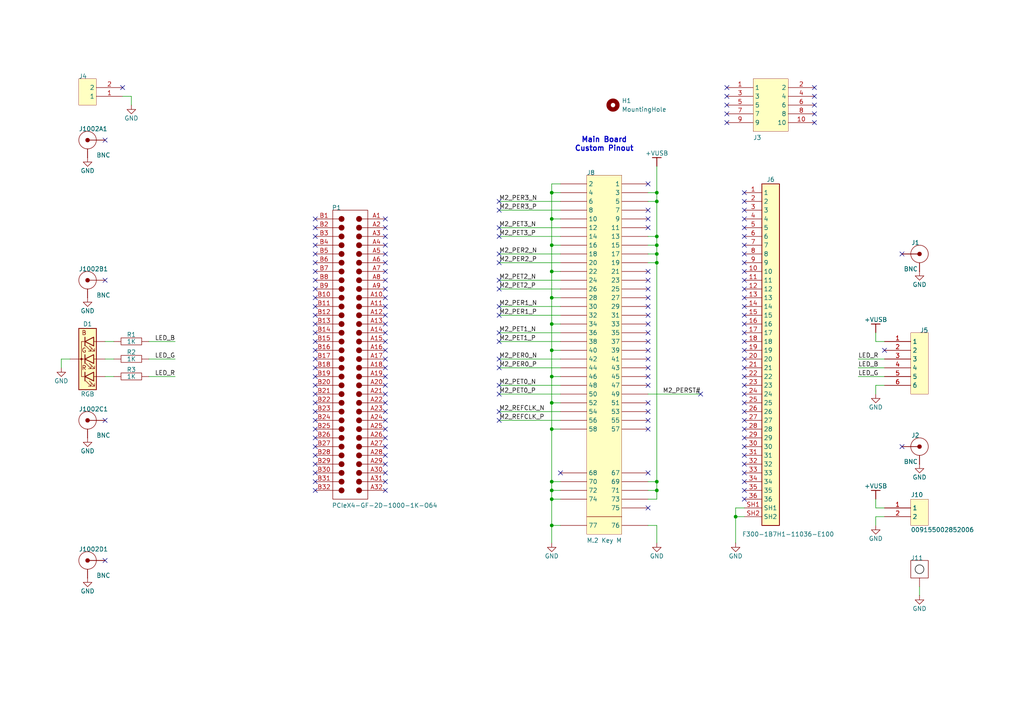
<source format=kicad_sch>
(kicad_sch (version 20241209) (generator "eeschema") (generator_version "8.99")
  (paper "A4")
  (title_block (title "ThunderScope") (rev "5") (company "EEVengers"))
  (lib_symbols
    (symbol "Mechanical:MountingHole" (pin_names (offset 1.016)) (exclude_from_sim yes) (in_bom no)
      (property "Reference" "H" (at 0 5.08 0))
      (property "Value" "MountingHole" (at 0 3.175 0))
    )
    (symbol "Thunderscope_Rev5:+VUSB" (power)
      (property "Value" "+VUSB" (at 0 -3.81 0))
      (symbol "+VUSB_0_0"
        (pin power_in line (at 0 0 0) (length 0) (hide yes) (name "+5V2") (number ""))
      )
    )
    (symbol "Thunderscope_Rev5:BNC JACK R/A" (pin_numbers (hide yes)) (pin_names (hide yes))
      (property "Reference" "J" (at 0 0 0))
      (property "Value" "BNC" (at 0 0 0))
      (symbol "BNC JACK R/A_1_0"
        (pin passive line (at 0 -5.08 90) (length 2.54) (name "SHIELD") (number "2"))
        (pin passive line (at 5.08 0 180) (length 5.08) (name "Signal") (number "1"))
      )
    )
    (symbol "Thunderscope_Rev5:CONN 1.27mm 2x5 Pin TH RA"
      (property "Reference" "J" (at 0 0 0))
      (property "Value" "1.27mm 6 Pin TH" (at 0 0 0))
      (symbol "CONN 1.27mm 2x5 Pin TH RA_1_0"
        (pin passive line (at -7.62 -2.54 0) (length 7.62) (name "1") (number "1"))
        (pin passive line (at -7.62 -5.08 0) (length 7.62) (name "3") (number "3"))
        (pin passive line (at -7.62 -7.62 0) (length 7.62) (name "5") (number "5"))
        (pin passive line (at -7.62 -10.16 0) (length 7.62) (name "7") (number "7"))
        (pin passive line (at -7.62 -12.7 0) (length 7.62) (name "9") (number "9"))
        (pin passive line (at 17.78 -2.54 180) (length 7.62) (name "2") (number "2"))
        (pin passive line (at 17.78 -5.08 180) (length 7.62) (name "4") (number "4"))
        (pin passive line (at 17.78 -7.62 180) (length 7.62) (name "6") (number "6"))
        (pin passive line (at 17.78 -10.16 180) (length 7.62) (name "8") (number "8"))
        (pin passive line (at 17.78 -12.7 180) (length 7.62) (name "10") (number "10"))
      )
    )
    (symbol "Thunderscope_Rev5:CONN 2.54mm 6 Pin TH RA"
      (property "Reference" "J" (at 0 0 0))
      (property "Value" "2.54mm 6 Pin TH" (at 0 0 0))
      (symbol "CONN 2.54mm 6 Pin TH RA_1_0"
        (pin passive line (at 10.16 2.54 180) (length 7.62) (name "1") (number "1"))
        (pin passive line (at 10.16 0 180) (length 7.62) (name "2") (number "2"))
        (pin passive line (at 10.16 -2.54 180) (length 7.62) (name "3") (number "3"))
        (pin passive line (at 10.16 -5.08 180) (length 7.62) (name "4") (number "4"))
        (pin passive line (at 10.16 -7.62 180) (length 7.62) (name "5") (number "5"))
        (pin passive line (at 10.16 -10.16 180) (length 7.62) (name "6") (number "6"))
      )
    )
    (symbol "Thunderscope_Rev5:CONN 5.08mm 2 Pin TH RA"
      (property "Reference" "J" (at 0 0 0))
      (property "Value" "TSW-101-16-G-Q-RA" (at 0 0 0))
      (symbol "CONN 5.08mm 2 Pin TH RA_1_0"
        (pin passive line (at 10.16 0 180) (length 7.62) (name "2") (number "2"))
        (pin passive line (at 10.16 -2.54 180) (length 7.62) (name "1") (number "1"))
      )
    )
    (symbol "Thunderscope_Rev5:CONN FFC BOTTOM 36POS 0.5MM RA"
      (property "Reference" "J" (at 2.54 1.27 0))
      (property "Value" "F300-1B7H1-11036-E100" (at 2.54 -100.584 0))
      (symbol "CONN FFC BOTTOM 36POS 0.5MM RA_1_1"
        (pin passive line (at 10.16 -2.54 180) (length 5.08) (name "1") (number "1"))
        (pin passive line (at 10.16 -5.08 180) (length 5.08) (name "2") (number "2"))
        (pin passive line (at 10.16 -7.62 180) (length 5.08) (name "3") (number "3"))
        (pin passive line (at 10.16 -10.16 180) (length 5.08) (name "4") (number "4"))
        (pin passive line (at 10.16 -12.7 180) (length 5.08) (name "5") (number "5"))
        (pin passive line (at 10.16 -15.24 180) (length 5.08) (name "6") (number "6"))
        (pin passive line (at 10.16 -17.78 180) (length 5.08) (name "7") (number "7"))
        (pin passive line (at 10.16 -20.32 180) (length 5.08) (name "8") (number "8"))
        (pin passive line (at 10.16 -22.86 180) (length 5.08) (name "9") (number "9"))
        (pin passive line (at 10.16 -25.4 180) (length 5.08) (name "10") (number "10"))
        (pin passive line (at 10.16 -27.94 180) (length 5.08) (name "11") (number "11"))
        (pin passive line (at 10.16 -30.48 180) (length 5.08) (name "12") (number "12"))
        (pin passive line (at 10.16 -33.02 180) (length 5.08) (name "13") (number "13"))
        (pin passive line (at 10.16 -35.56 180) (length 5.08) (name "14") (number "14"))
        (pin passive line (at 10.16 -38.1 180) (length 5.08) (name "15") (number "15"))
        (pin passive line (at 10.16 -40.64 180) (length 5.08) (name "16") (number "16"))
        (pin passive line (at 10.16 -43.18 180) (length 5.08) (name "17") (number "17"))
        (pin passive line (at 10.16 -45.72 180) (length 5.08) (name "18") (number "18"))
        (pin passive line (at 10.16 -48.26 180) (length 5.08) (name "19") (number "19"))
        (pin passive line (at 10.16 -50.8 180) (length 5.08) (name "20") (number "20"))
        (pin passive line (at 10.16 -53.34 180) (length 5.08) (name "21") (number "21"))
        (pin passive line (at 10.16 -55.88 180) (length 5.08) (name "22") (number "22"))
        (pin passive line (at 10.16 -58.42 180) (length 5.08) (name "23") (number "23"))
        (pin passive line (at 10.16 -60.96 180) (length 5.08) (name "24") (number "24"))
        (pin passive line (at 10.16 -63.5 180) (length 5.08) (name "25") (number "25"))
        (pin passive line (at 10.16 -66.04 180) (length 5.08) (name "26") (number "26"))
        (pin passive line (at 10.16 -68.58 180) (length 5.08) (name "27") (number "27"))
        (pin passive line (at 10.16 -71.12 180) (length 5.08) (name "28") (number "28"))
        (pin passive line (at 10.16 -73.66 180) (length 5.08) (name "29") (number "29"))
        (pin passive line (at 10.16 -76.2 180) (length 5.08) (name "30") (number "30"))
        (pin passive line (at 10.16 -78.74 180) (length 5.08) (name "31") (number "31"))
        (pin passive line (at 10.16 -81.28 180) (length 5.08) (name "32") (number "32"))
        (pin passive line (at 10.16 -83.82 180) (length 5.08) (name "33") (number "33"))
        (pin passive line (at 10.16 -86.36 180) (length 5.08) (name "34") (number "34"))
        (pin passive line (at 10.16 -88.9 180) (length 5.08) (name "35") (number "35"))
        (pin passive line (at 10.16 -91.44 180) (length 5.08) (name "36") (number "36"))
        (pin passive line (at 10.16 -93.98 180) (length 5.08) (name "SH1") (number "SH1"))
        (pin passive line (at 10.16 -96.52 180) (length 5.08) (name "SH2") (number "SH2"))
      )
    )
    (symbol "Thunderscope_Rev5:CONN M.2 Key M FEMALE" (pin_numbers (hide yes))
      (property "Reference" "J" (at 0 0 0))
      (property "Value" "M.2 Key M" (at 0 0 0))
      (symbol "CONN M.2 Key M FEMALE_1_0"
        (pin passive line (at -12.7 45.72 0) (length 7.62) (name "2") (number "2"))
        (pin passive line (at -12.7 43.18 0) (length 7.62) (name "4") (number "4"))
        (pin passive line (at -12.7 40.64 0) (length 7.62) (name "6") (number "6"))
        (pin passive line (at -12.7 38.1 0) (length 7.62) (name "8") (number "8"))
        (pin passive line (at -12.7 35.56 0) (length 7.62) (name "10") (number "10"))
        (pin passive line (at -12.7 33.02 0) (length 7.62) (name "12") (number "12"))
        (pin passive line (at -12.7 30.48 0) (length 7.62) (name "14") (number "14"))
        (pin passive line (at -12.7 27.94 0) (length 7.62) (name "16") (number "16"))
        (pin passive line (at -12.7 25.4 0) (length 7.62) (name "18") (number "18"))
        (pin passive line (at -12.7 22.86 0) (length 7.62) (name "20") (number "20"))
        (pin passive line (at -12.7 20.32 0) (length 7.62) (name "22") (number "22"))
        (pin passive line (at -12.7 17.78 0) (length 7.62) (name "24") (number "24"))
        (pin passive line (at -12.7 15.24 0) (length 7.62) (name "26") (number "26"))
        (pin passive line (at -12.7 12.7 0) (length 7.62) (name "28") (number "28"))
        (pin passive line (at -12.7 10.16 0) (length 7.62) (name "30") (number "30"))
        (pin passive line (at -12.7 7.62 0) (length 7.62) (name "32") (number "32"))
        (pin passive line (at -12.7 5.08 0) (length 7.62) (name "34") (number "34"))
        (pin passive line (at -12.7 2.54 0) (length 7.62) (name "36") (number "36"))
        (pin passive line (at -12.7 0 0) (length 7.62) (name "38") (number "38"))
        (pin passive line (at -12.7 -2.54 0) (length 7.62) (name "40") (number "40"))
        (pin passive line (at -12.7 -5.08 0) (length 7.62) (name "42") (number "42"))
        (pin passive line (at -12.7 -7.62 0) (length 7.62) (name "44") (number "44"))
        (pin passive line (at -12.7 -10.16 0) (length 7.62) (name "46") (number "46"))
        (pin passive line (at -12.7 -12.7 0) (length 7.62) (name "48") (number "48"))
        (pin passive line (at -12.7 -15.24 0) (length 7.62) (name "50") (number "50"))
        (pin passive line (at -12.7 -17.78 0) (length 7.62) (name "52") (number "52"))
        (pin passive line (at -12.7 -20.32 0) (length 7.62) (name "54") (number "54"))
        (pin passive line (at -12.7 -22.86 0) (length 7.62) (name "56") (number "56"))
        (pin passive line (at -12.7 -25.4 0) (length 7.62) (name "58") (number "58"))
        (pin passive line (at -12.7 -38.1 0) (length 7.62) (name "68") (number "68"))
        (pin passive line (at -12.7 -40.64 0) (length 7.62) (name "70") (number "70"))
        (pin passive line (at -12.7 -43.18 0) (length 7.62) (name "72") (number "72"))
        (pin passive line (at -12.7 -45.72 0) (length 7.62) (name "74") (number "74"))
        (pin passive line (at -12.7 -53.34 0) (length 7.62) (name "77") (number "77"))
        (pin passive line (at 12.7 45.72 180) (length 7.62) (name "1") (number "1"))
        (pin passive line (at 12.7 43.18 180) (length 7.62) (name "3") (number "3"))
        (pin passive line (at 12.7 40.64 180) (length 7.62) (name "5") (number "5"))
        (pin passive line (at 12.7 38.1 180) (length 7.62) (name "7") (number "7"))
        (pin passive line (at 12.7 35.56 180) (length 7.62) (name "9") (number "9"))
        (pin passive line (at 12.7 33.02 180) (length 7.62) (name "11") (number "11"))
        (pin passive line (at 12.7 30.48 180) (length 7.62) (name "13") (number "13"))
        (pin passive line (at 12.7 27.94 180) (length 7.62) (name "15") (number "15"))
        (pin passive line (at 12.7 25.4 180) (length 7.62) (name "17") (number "17"))
        (pin passive line (at 12.7 22.86 180) (length 7.62) (name "19") (number "19"))
        (pin passive line (at 12.7 20.32 180) (length 7.62) (name "21") (number "21"))
        (pin passive line (at 12.7 17.78 180) (length 7.62) (name "23") (number "23"))
        (pin passive line (at 12.7 15.24 180) (length 7.62) (name "25") (number "25"))
        (pin passive line (at 12.7 12.7 180) (length 7.62) (name "27") (number "27"))
        (pin passive line (at 12.7 10.16 180) (length 7.62) (name "29") (number "29"))
        (pin passive line (at 12.7 7.62 180) (length 7.62) (name "31") (number "31"))
        (pin passive line (at 12.7 5.08 180) (length 7.62) (name "33") (number "33"))
        (pin passive line (at 12.7 2.54 180) (length 7.62) (name "35") (number "35"))
        (pin passive line (at 12.7 0 180) (length 7.62) (name "37") (number "37"))
        (pin passive line (at 12.7 -2.54 180) (length 7.62) (name "39") (number "39"))
        (pin passive line (at 12.7 -5.08 180) (length 7.62) (name "41") (number "41"))
        (pin passive line (at 12.7 -7.62 180) (length 7.62) (name "43") (number "43"))
        (pin passive line (at 12.7 -10.16 180) (length 7.62) (name "45") (number "45"))
        (pin passive line (at 12.7 -12.7 180) (length 7.62) (name "47") (number "47"))
        (pin passive line (at 12.7 -15.24 180) (length 7.62) (name "49") (number "49"))
        (pin passive line (at 12.7 -17.78 180) (length 7.62) (name "51") (number "51"))
        (pin passive line (at 12.7 -20.32 180) (length 7.62) (name "53") (number "53"))
        (pin passive line (at 12.7 -22.86 180) (length 7.62) (name "55") (number "55"))
        (pin passive line (at 12.7 -25.4 180) (length 7.62) (name "57") (number "57"))
        (pin passive line (at 12.7 -38.1 180) (length 7.62) (name "67") (number "67"))
        (pin passive line (at 12.7 -40.64 180) (length 7.62) (name "69") (number "69"))
        (pin passive line (at 12.7 -43.18 180) (length 7.62) (name "71") (number "71"))
        (pin passive line (at 12.7 -45.72 180) (length 7.62) (name "73") (number "73"))
        (pin passive line (at 12.7 -48.26 180) (length 7.62) (name "75") (number "75"))
        (pin passive line (at 12.7 -53.34 180) (length 7.62) (name "76") (number "76"))
      )
    )
    (symbol "Thunderscope_Rev5:CONN M4 SCREW TERM KEYSTONE 7792" (pin_numbers (hide yes)) (pin_names (hide yes))
      (property "Reference" "J" (at 0 0 0))
      (property "Value" "7792" (at 0 0 0))
      (symbol "CONN M4 SCREW TERM KEYSTONE 7792_1_0"
        (pin passive line (at 0 -2.54 90) (length 2.54) (name "1") (number "1"))
      )
    )
    (symbol "Thunderscope_Rev5:CONN SPRING 2 PIN"
      (property "Reference" "J" (at 0 0 0))
      (property "Value" "009155002852006" (at 0 0 0))
      (symbol "CONN SPRING 2 PIN_1_0"
        (pin passive line (at 10.16 0 180) (length 7.62) (name "2") (number "2"))
        (pin passive line (at 10.16 -2.54 180) (length 7.62) (name "1") (number "1"))
      )
    )
    (symbol "Thunderscope_Rev5:GND" (power) (pin_numbers (hide yes)) (pin_names (offset 0) (hide yes))
      (property "Value" "GND" (at 0 -3.81 0))
      (symbol "GND_1_1"
        (pin power_in line (at 0 0 270) (length 0) (name "~") (number "1"))
      )
    )
    (symbol "Thunderscope_Rev5:LED RGB 1204 APFA3010LSEKJ3ZGKQBC" (pin_numbers (hide yes)) (pin_names (hide yes))
      (property "Reference" "D" (at -2.032 10.16 0))
      (property "Value" "RGB" (at 0 -10.16 0))
      (symbol "LED RGB 1204 APFA3010LSEKJ3ZGKQBC_0_0"
        (text "R" (at 1.016 2.54 0) (effects (font (size 1.27 1.27))))
        (text "G" (at 1.016 -2.54 0) (effects (font (size 1.27 1.27))))
        (text "B" (at 1.016 -7.62 0) (effects (font (size 1.27 1.27))))
      )
      (symbol "LED RGB 1204 APFA3010LSEKJ3ZGKQBC_1_1"
        (pin input line (at -5.08 5.08 0) (length 2.54) (name "R") (number "1"))
        (pin input line (at -5.08 0 0) (length 2.54) (name "G") (number "3"))
        (pin input line (at -5.08 -5.08 0) (length 2.54) (name "B") (number "4"))
        (pin power_in line (at 5.08 0 180) (length 2.54) (name "A") (number "2"))
      )
    )
    (symbol "Thunderscope_Rev5:PCIeX4-GF-2D-1000-1K-O64" (pin_names (hide yes))
      (property "Reference" "P" (at 0 0 0))
      (property "Value" "PCIeX4-GF-2D-1000-1K-O64" (at 0 0 0))
      (symbol "PCIeX4-GF-2D-1000-1K-O64_1_0"
        (pin passive line (at -15.24 -2.54 0) (length 5.08) (name "B1") (number "B1"))
        (pin passive line (at -15.24 -5.08 0) (length 5.08) (name "B2") (number "B2"))
        (pin passive line (at -15.24 -7.62 0) (length 5.08) (name "B3") (number "B3"))
        (pin passive line (at -15.24 -10.16 0) (length 5.08) (name "B4") (number "B4"))
        (pin passive line (at -15.24 -12.7 0) (length 5.08) (name "B5") (number "B5"))
        (pin passive line (at -15.24 -15.24 0) (length 5.08) (name "B6") (number "B6"))
        (pin passive line (at -15.24 -17.78 0) (length 5.08) (name "B7") (number "B7"))
        (pin passive line (at -15.24 -20.32 0) (length 5.08) (name "B8") (number "B8"))
        (pin passive line (at -15.24 -22.86 0) (length 5.08) (name "B9") (number "B9"))
        (pin passive line (at -15.24 -25.4 0) (length 5.08) (name "B10") (number "B10"))
        (pin passive line (at -15.24 -27.94 0) (length 5.08) (name "B11") (number "B11"))
        (pin passive line (at -15.24 -30.48 0) (length 5.08) (name "B12") (number "B12"))
        (pin passive line (at -15.24 -33.02 0) (length 5.08) (name "B13") (number "B13"))
        (pin passive line (at -15.24 -35.56 0) (length 5.08) (name "B14") (number "B14"))
        (pin passive line (at -15.24 -38.1 0) (length 5.08) (name "B15") (number "B15"))
        (pin passive line (at -15.24 -40.64 0) (length 5.08) (name "B16") (number "B16"))
        (pin passive line (at -15.24 -43.18 0) (length 5.08) (name "B17") (number "B17"))
        (pin passive line (at -15.24 -45.72 0) (length 5.08) (name "B18") (number "B18"))
        (pin passive line (at -15.24 -48.26 0) (length 5.08) (name "B19") (number "B19"))
        (pin passive line (at -15.24 -50.8 0) (length 5.08) (name "B20") (number "B20"))
        (pin passive line (at -15.24 -53.34 0) (length 5.08) (name "B21") (number "B21"))
        (pin passive line (at -15.24 -55.88 0) (length 5.08) (name "B22") (number "B22"))
        (pin passive line (at -15.24 -58.42 0) (length 5.08) (name "B23") (number "B23"))
        (pin passive line (at -15.24 -60.96 0) (length 5.08) (name "B24") (number "B24"))
        (pin passive line (at -15.24 -63.5 0) (length 5.08) (name "B25") (number "B25"))
        (pin passive line (at -15.24 -66.04 0) (length 5.08) (name "B26") (number "B26"))
        (pin passive line (at -15.24 -68.58 0) (length 5.08) (name "B27") (number "B27"))
        (pin passive line (at -15.24 -71.12 0) (length 5.08) (name "B28") (number "B28"))
        (pin passive line (at -15.24 -73.66 0) (length 5.08) (name "B29") (number "B29"))
        (pin passive line (at -15.24 -76.2 0) (length 5.08) (name "B30") (number "B30"))
        (pin passive line (at -15.24 -78.74 0) (length 5.08) (name "B31") (number "B31"))
        (pin passive line (at -15.24 -81.28 0) (length 5.08) (name "B32") (number "B32"))
        (pin passive line (at 5.08 -2.54 180) (length 5.08) (name "A1") (number "A1"))
        (pin passive line (at 5.08 -5.08 180) (length 5.08) (name "A2") (number "A2"))
        (pin passive line (at 5.08 -7.62 180) (length 5.08) (name "A3") (number "A3"))
        (pin passive line (at 5.08 -10.16 180) (length 5.08) (name "A4") (number "A4"))
        (pin passive line (at 5.08 -12.7 180) (length 5.08) (name "A5") (number "A5"))
        (pin passive line (at 5.08 -15.24 180) (length 5.08) (name "A6") (number "A6"))
        (pin passive line (at 5.08 -17.78 180) (length 5.08) (name "A7") (number "A7"))
        (pin passive line (at 5.08 -20.32 180) (length 5.08) (name "A8") (number "A8"))
        (pin passive line (at 5.08 -22.86 180) (length 5.08) (name "A9") (number "A9"))
        (pin passive line (at 5.08 -25.4 180) (length 5.08) (name "A10") (number "A10"))
        (pin passive line (at 5.08 -27.94 180) (length 5.08) (name "A11") (number "A11"))
        (pin passive line (at 5.08 -30.48 180) (length 5.08) (name "A12") (number "A12"))
        (pin passive line (at 5.08 -33.02 180) (length 5.08) (name "A13") (number "A13"))
        (pin passive line (at 5.08 -35.56 180) (length 5.08) (name "A14") (number "A14"))
        (pin passive line (at 5.08 -38.1 180) (length 5.08) (name "A15") (number "A15"))
        (pin passive line (at 5.08 -40.64 180) (length 5.08) (name "A16") (number "A16"))
        (pin passive line (at 5.08 -43.18 180) (length 5.08) (name "A17") (number "A17"))
        (pin passive line (at 5.08 -45.72 180) (length 5.08) (name "A18") (number "A18"))
        (pin passive line (at 5.08 -48.26 180) (length 5.08) (name "A19") (number "A19"))
        (pin passive line (at 5.08 -50.8 180) (length 5.08) (name "A20") (number "A20"))
        (pin passive line (at 5.08 -53.34 180) (length 5.08) (name "A21") (number "A21"))
        (pin passive line (at 5.08 -55.88 180) (length 5.08) (name "A22") (number "A22"))
        (pin passive line (at 5.08 -58.42 180) (length 5.08) (name "A23") (number "A23"))
        (pin passive line (at 5.08 -60.96 180) (length 5.08) (name "A24") (number "A24"))
        (pin passive line (at 5.08 -63.5 180) (length 5.08) (name "A25") (number "A25"))
        (pin passive line (at 5.08 -66.04 180) (length 5.08) (name "A26") (number "A26"))
        (pin passive line (at 5.08 -68.58 180) (length 5.08) (name "A27") (number "A27"))
        (pin passive line (at 5.08 -71.12 180) (length 5.08) (name "A28") (number "A28"))
        (pin passive line (at 5.08 -73.66 180) (length 5.08) (name "A29") (number "A29"))
        (pin passive line (at 5.08 -76.2 180) (length 5.08) (name "A30") (number "A30"))
        (pin passive line (at 5.08 -78.74 180) (length 5.08) (name "A31") (number "A31"))
        (pin passive line (at 5.08 -81.28 180) (length 5.08) (name "A32") (number "A32"))
      )
    )
    (symbol "Thunderscope_Rev5:RES 1K OHM 1% 1/10W 0402" (pin_numbers (hide yes)) (pin_names (hide yes))
      (property "Reference" "R" (at 0 0 0))
      (property "Value" "1K" (at 0 0 0))
      (symbol "RES 1K OHM 1% 1/10W 0402_1_0"
        (pin passive line (at 0 5.08 270) (length 2) (name "1") (number "1"))
        (pin passive line (at 0 -5.08 90) (length 2) (name "2") (number "2"))
      )
    )
  )
  (text "Main Board" (at 175.26 40.64 0) (effects (font (size 1.524 1.524) (thickness 0.3048) (bold yes))))
  (text "Custom Pinout" (at 175.26 43.18 0) (effects (font (size 1.524 1.524) (thickness 0.3048) (bold yes))))
  (junction (at 160.02 116.84))
  (junction (at 190.5 73.66))
  (junction (at 160.02 86.36))
  (junction (at 190.5 76.2))
  (junction (at 190.5 58.42))
  (junction (at 160.02 109.22))
  (junction (at 160.02 101.6))
  (junction (at 160.02 142.24))
  (junction (at 160.02 63.5))
  (junction (at 190.5 68.58))
  (junction (at 190.5 55.88))
  (junction (at 190.5 71.12))
  (junction (at 190.5 139.7))
  (junction (at 160.02 124.46))
  (junction (at 160.02 78.74))
  (junction (at 160.02 71.12))
  (junction (at 160.02 144.78))
  (junction (at 160.02 152.4))
  (junction (at 160.02 55.88))
  (junction (at 213.36 149.86))
  (junction (at 160.02 93.98))
  (junction (at 160.02 139.7))
  (junction (at 190.5 142.24))
  (no_connect (at 91.44 132.08))
  (no_connect (at 215.9 93.98))
  (no_connect (at 91.44 119.38))
  (no_connect (at 111.76 116.84))
  (no_connect (at 111.76 106.68))
  (no_connect (at 144.78 104.14))
  (no_connect (at 91.44 106.68))
  (no_connect (at 210.82 30.48))
  (no_connect (at 215.9 106.68))
  (no_connect (at 144.78 99.06))
  (no_connect (at 144.78 111.76))
  (no_connect (at 91.44 71.12))
  (no_connect (at 144.78 106.68))
  (no_connect (at 215.9 68.58))
  (no_connect (at 111.76 101.6))
  (no_connect (at 215.9 63.5))
  (no_connect (at 144.78 60.96))
  (no_connect (at 91.44 137.16))
  (no_connect (at 215.9 144.78))
  (no_connect (at 187.96 83.82))
  (no_connect (at 111.76 109.22))
  (no_connect (at 215.9 86.36))
  (no_connect (at 215.9 76.2))
  (no_connect (at 111.76 63.5))
  (no_connect (at 111.76 66.04))
  (no_connect (at 256.54 101.6))
  (no_connect (at 215.9 109.22))
  (no_connect (at 91.44 76.2))
  (no_connect (at 187.96 116.84))
  (no_connect (at 210.82 33.02))
  (no_connect (at 187.96 137.16))
  (no_connect (at 91.44 96.52))
  (no_connect (at 187.96 53.34))
  (no_connect (at 187.96 78.74))
  (no_connect (at 215.9 96.52))
  (no_connect (at 144.78 114.3))
  (no_connect (at 111.76 121.92))
  (no_connect (at 30.48 162.56))
  (no_connect (at 210.82 27.94))
  (no_connect (at 91.44 129.54))
  (no_connect (at 187.96 93.98))
  (no_connect (at 111.76 76.2))
  (no_connect (at 187.96 121.92))
  (no_connect (at 236.22 25.4))
  (no_connect (at 215.9 127))
  (no_connect (at 111.76 119.38))
  (no_connect (at 215.9 55.88))
  (no_connect (at 215.9 114.3))
  (no_connect (at 215.9 137.16))
  (no_connect (at 111.76 137.16))
  (no_connect (at 30.48 40.64))
  (no_connect (at 236.22 35.56))
  (no_connect (at 91.44 83.82))
  (no_connect (at 261.62 129.54))
  (no_connect (at 215.9 134.62))
  (no_connect (at 111.76 104.14))
  (no_connect (at 215.9 78.74))
  (no_connect (at 91.44 88.9))
  (no_connect (at 215.9 88.9))
  (no_connect (at 210.82 35.56))
  (no_connect (at 187.96 106.68))
  (no_connect (at 215.9 71.12))
  (no_connect (at 187.96 86.36))
  (no_connect (at 187.96 66.04))
  (no_connect (at 144.78 58.42))
  (no_connect (at 144.78 121.92))
  (no_connect (at 215.9 83.82))
  (no_connect (at 187.96 101.6))
  (no_connect (at 91.44 68.58))
  (no_connect (at 111.76 73.66))
  (no_connect (at 91.44 124.46))
  (no_connect (at 144.78 83.82))
  (no_connect (at 187.96 91.44))
  (no_connect (at 162.56 137.16))
  (no_connect (at 91.44 116.84))
  (no_connect (at 144.78 81.28))
  (no_connect (at 144.78 88.9))
  (no_connect (at 111.76 93.98))
  (no_connect (at 187.96 81.28))
  (no_connect (at 203.2 114.3))
  (no_connect (at 236.22 30.48))
  (no_connect (at 215.9 58.42))
  (no_connect (at 261.62 73.66))
  (no_connect (at 91.44 111.76))
  (no_connect (at 215.9 91.44))
  (no_connect (at 111.76 86.36))
  (no_connect (at 187.96 119.38))
  (no_connect (at 215.9 99.06))
  (no_connect (at 236.22 33.02))
  (no_connect (at 111.76 111.76))
  (no_connect (at 215.9 101.6))
  (no_connect (at 187.96 63.5))
  (no_connect (at 215.9 129.54))
  (no_connect (at 91.44 93.98))
  (no_connect (at 111.76 114.3))
  (no_connect (at 111.76 81.28))
  (no_connect (at 91.44 66.04))
  (no_connect (at 111.76 142.24))
  (no_connect (at 111.76 127))
  (no_connect (at 91.44 114.3))
  (no_connect (at 30.48 121.92))
  (no_connect (at 91.44 121.92))
  (no_connect (at 215.9 111.76))
  (no_connect (at 215.9 121.92))
  (no_connect (at 91.44 91.44))
  (no_connect (at 187.96 88.9))
  (no_connect (at 91.44 139.7))
  (no_connect (at 215.9 81.28))
  (no_connect (at 144.78 66.04))
  (no_connect (at 111.76 99.06))
  (no_connect (at 111.76 88.9))
  (no_connect (at 91.44 134.62))
  (no_connect (at 144.78 76.2))
  (no_connect (at 215.9 104.14))
  (no_connect (at 111.76 78.74))
  (no_connect (at 91.44 81.28))
  (no_connect (at 91.44 99.06))
  (no_connect (at 111.76 91.44))
  (no_connect (at 187.96 111.76))
  (no_connect (at 210.82 25.4))
  (no_connect (at 30.48 81.28))
  (no_connect (at 91.44 127))
  (no_connect (at 187.96 99.06))
  (no_connect (at 111.76 96.52))
  (no_connect (at 236.22 27.94))
  (no_connect (at 111.76 132.08))
  (no_connect (at 215.9 116.84))
  (no_connect (at 144.78 68.58))
  (no_connect (at 111.76 129.54))
  (no_connect (at 111.76 134.62))
  (no_connect (at 111.76 139.7))
  (no_connect (at 215.9 142.24))
  (no_connect (at 111.76 83.82))
  (no_connect (at 91.44 63.5))
  (no_connect (at 111.76 124.46))
  (no_connect (at 144.78 96.52))
  (no_connect (at 215.9 124.46))
  (no_connect (at 144.78 119.38))
  (no_connect (at 91.44 142.24))
  (no_connect (at 91.44 109.22))
  (no_connect (at 187.96 109.22))
  (no_connect (at 187.96 96.52))
  (no_connect (at 111.76 71.12))
  (no_connect (at 215.9 132.08))
  (no_connect (at 215.9 60.96))
  (no_connect (at 187.96 124.46))
  (no_connect (at 91.44 78.74))
  (no_connect (at 91.44 101.6))
  (no_connect (at 91.44 104.14))
  (no_connect (at 215.9 73.66))
  (no_connect (at 187.96 147.32))
  (no_connect (at 144.78 73.66))
  (no_connect (at 187.96 60.96))
  (no_connect (at 215.9 66.04))
  (no_connect (at 91.44 73.66))
  (no_connect (at 187.96 104.14))
  (no_connect (at 91.44 86.36))
  (no_connect (at 215.9 139.7))
  (no_connect (at 35.56 25.4))
  (no_connect (at 111.76 68.58))
  (no_connect (at 215.9 119.38))
  (no_connect (at 144.78 91.44))
  (wire (pts (xy 213.36 149.86) (xy 215.9 149.86)))
  (wire (pts (xy 160.02 86.36) (xy 160.02 93.98)))
  (wire (pts (xy 43.18 109.22) (xy 50.8 109.22)))
  (wire (pts (xy 187.96 58.42) (xy 190.5 58.42)))
  (wire (pts (xy 20.32 104.14) (xy 17.78 104.14)))
  (wire (pts (xy 160.02 101.6) (xy 160.02 109.22)))
  (wire (pts (xy 162.56 86.36) (xy 160.02 86.36)))
  (wire (pts (xy 187.96 68.58) (xy 190.5 68.58)))
  (wire (pts (xy 160.02 124.46) (xy 160.02 139.7)))
  (wire (pts (xy 187.96 55.88) (xy 190.5 55.88)))
  (wire (pts (xy 162.56 142.24) (xy 160.02 142.24)))
  (wire (pts (xy 160.02 142.24) (xy 160.02 144.78)))
  (wire (pts (xy 256.54 106.68) (xy 248.92 106.68)))
  (wire (pts (xy 187.96 139.7) (xy 190.5 139.7)))
  (wire (pts (xy 187.96 76.2) (xy 190.5 76.2)))
  (wire (pts (xy 254 149.86) (xy 254 152.4)))
  (wire (pts (xy 160.02 116.84) (xy 160.02 124.46)))
  (wire (pts (xy 162.56 144.78) (xy 160.02 144.78)))
  (wire (pts (xy 35.56 27.94) (xy 38.1 27.94)))
  (wire (pts (xy 144.78 83.82) (xy 162.56 83.82)))
  (wire (pts (xy 144.78 99.06) (xy 162.56 99.06)))
  (wire (pts (xy 190.5 55.88) (xy 190.5 48.26)))
  (wire (pts (xy 144.78 114.3) (xy 162.56 114.3)))
  (wire (pts (xy 187.96 144.78) (xy 190.5 144.78)))
  (wire (pts (xy 190.5 58.42) (xy 190.5 55.88)))
  (wire (pts (xy 43.18 104.14) (xy 50.8 104.14)))
  (wire (pts (xy 213.36 147.32) (xy 213.36 149.86)))
  (wire (pts (xy 160.02 63.5) (xy 160.02 71.12)))
  (wire (pts (xy 254 99.06) (xy 256.54 99.06)))
  (wire (pts (xy 160.02 152.4) (xy 162.56 152.4)))
  (wire (pts (xy 144.78 106.68) (xy 162.56 106.68)))
  (wire (pts (xy 187.96 142.24) (xy 190.5 142.24)))
  (wire (pts (xy 30.48 109.22) (xy 33.02 109.22)))
  (wire (pts (xy 256.54 149.86) (xy 254 149.86)))
  (wire (pts (xy 144.78 73.66) (xy 162.56 73.66)))
  (wire (pts (xy 190.5 142.24) (xy 190.5 139.7)))
  (wire (pts (xy 190.5 152.4) (xy 190.5 157.48)))
  (wire (pts (xy 187.96 71.12) (xy 190.5 71.12)))
  (wire (pts (xy 162.56 71.12) (xy 160.02 71.12)))
  (wire (pts (xy 254 111.76) (xy 254 114.3)))
  (wire (pts (xy 160.02 139.7) (xy 160.02 142.24)))
  (wire (pts (xy 30.48 104.14) (xy 33.02 104.14)))
  (wire (pts (xy 162.56 55.88) (xy 160.02 55.88)))
  (wire (pts (xy 190.5 144.78) (xy 190.5 142.24)))
  (wire (pts (xy 190.5 73.66) (xy 190.5 71.12)))
  (wire (pts (xy 162.56 109.22) (xy 160.02 109.22)))
  (wire (pts (xy 160.02 144.78) (xy 160.02 152.4)))
  (wire (pts (xy 144.78 60.96) (xy 162.56 60.96)))
  (wire (pts (xy 190.5 139.7) (xy 190.5 76.2)))
  (wire (pts (xy 187.96 114.3) (xy 203.2 114.3)))
  (wire (pts (xy 160.02 93.98) (xy 160.02 101.6)))
  (wire (pts (xy 254 144.78) (xy 254 147.32)))
  (wire (pts (xy 144.78 119.38) (xy 162.56 119.38)))
  (wire (pts (xy 190.5 71.12) (xy 190.5 68.58)))
  (wire (pts (xy 144.78 68.58) (xy 162.56 68.58)))
  (wire (pts (xy 162.56 93.98) (xy 160.02 93.98)))
  (wire (pts (xy 187.96 152.4) (xy 190.5 152.4)))
  (wire (pts (xy 160.02 53.34) (xy 160.02 55.88)))
  (wire (pts (xy 254 147.32) (xy 256.54 147.32)))
  (wire (pts (xy 144.78 121.92) (xy 162.56 121.92)))
  (wire (pts (xy 160.02 55.88) (xy 160.02 63.5)))
  (wire (pts (xy 256.54 104.14) (xy 248.92 104.14)))
  (wire (pts (xy 144.78 88.9) (xy 162.56 88.9)))
  (wire (pts (xy 17.78 104.14) (xy 17.78 106.68)))
  (wire (pts (xy 254 96.52) (xy 254 99.06)))
  (wire (pts (xy 160.02 139.7) (xy 162.56 139.7)))
  (wire (pts (xy 162.56 63.5) (xy 160.02 63.5)))
  (wire (pts (xy 190.5 76.2) (xy 190.5 73.66)))
  (wire (pts (xy 43.18 99.06) (xy 50.8 99.06)))
  (wire (pts (xy 160.02 109.22) (xy 160.02 116.84)))
  (wire (pts (xy 144.78 81.28) (xy 162.56 81.28)))
  (wire (pts (xy 144.78 91.44) (xy 162.56 91.44)))
  (wire (pts (xy 215.9 147.32) (xy 213.36 147.32)))
  (wire (pts (xy 160.02 71.12) (xy 160.02 78.74)))
  (wire (pts (xy 144.78 58.42) (xy 162.56 58.42)))
  (wire (pts (xy 160.02 78.74) (xy 160.02 86.36)))
  (wire (pts (xy 187.96 73.66) (xy 190.5 73.66)))
  (wire (pts (xy 38.1 27.94) (xy 38.1 30.48)))
  (wire (pts (xy 213.36 149.86) (xy 213.36 157.48)))
  (wire (pts (xy 162.56 116.84) (xy 160.02 116.84)))
  (wire (pts (xy 144.78 76.2) (xy 162.56 76.2)))
  (wire (pts (xy 190.5 68.58) (xy 190.5 58.42)))
  (wire (pts (xy 256.54 109.22) (xy 248.92 109.22)))
  (wire (pts (xy 162.56 101.6) (xy 160.02 101.6)))
  (wire (pts (xy 30.48 99.06) (xy 33.02 99.06)))
  (wire (pts (xy 162.56 124.46) (xy 160.02 124.46)))
  (wire (pts (xy 144.78 66.04) (xy 162.56 66.04)))
  (wire (pts (xy 162.56 78.74) (xy 160.02 78.74)))
  (wire (pts (xy 144.78 104.14) (xy 162.56 104.14)))
  (wire (pts (xy 256.54 111.76) (xy 254 111.76)))
  (wire (pts (xy 144.78 111.76) (xy 162.56 111.76)))
  (wire (pts (xy 160.02 152.4) (xy 160.02 157.48)))
  (wire (pts (xy 144.78 96.52) (xy 162.56 96.52)))
  (wire (pts (xy 266.7 170.18) (xy 266.7 172.72)))
  (wire (pts (xy 162.56 53.34) (xy 160.02 53.34)))
  (label "M2_PET3_P" (at 144.78 68.58 0))
  (label "M2_PER1_N" (at 144.78 88.9 0))
  (label "M2_PET2_N" (at 144.78 81.28 0))
  (label "M2_PER3_N" (at 144.78 58.42 0))
  (label "M2_PET3_N" (at 144.78 66.04 0))
  (label "M2_PER1_P" (at 144.78 91.44 0))
  (label "LED_B" (at 50.8 99.06 180))
  (label "M2_REFCLK_P" (at 144.78 121.92 0))
  (label "M2_REFCLK_N" (at 144.78 119.38 0))
  (label "M2_PET0_N" (at 144.78 111.76 0))
  (label "M2_PERST#" (at 203.2 114.3 180))
  (label "M2_PER3_P" (at 144.78 60.96 0))
  (label "M2_PET1_N" (at 144.78 96.52 0))
  (label "LED_R" (at 50.8 109.22 180))
  (label "M2_PER0_N" (at 144.78 104.14 0))
  (label "M2_PER2_P" (at 144.78 76.2 0))
  (label "LED_G" (at 248.92 109.22 0))
  (label "M2_PER0_P" (at 144.78 106.68 0))
  (label "LED_G" (at 50.8 104.14 180))
  (label "M2_PET2_P" (at 144.78 83.82 0))
  (label "M2_PER2_N" (at 144.78 73.66 0))
  (label "LED_B" (at 248.92 106.68 0))
  (label "M2_PET1_P" (at 144.78 99.06 0))
  (label "LED_R" (at 248.92 104.14 0))
  (label "M2_PET0_P" (at 144.78 114.3 0))
  (symbol (lib_id "Thunderscope_Rev5:CONN M4 SCREW TERM KEYSTONE 7792") (at 266.7 167.64 0) (unit 1)
    (property "Reference" "J11" (at 264.16 162.56 0) (effects (justify left bottom)))
    (property "Value" "7792" (effects (hide yes)))
    (property "Footprint" "KEY_7792" (effects (hide yes)))
    (property "MANUFACTURER" "Keystone Electronics" (effects (hide yes)))
    (property "MANUFACTURER PART NUMBER" "7792" (effects (hide yes)))
    (property "SUPPLIER 1" "Mouser" (effects (hide yes)))
    (property "SUPPLIER PART NUMBER 1" "534-7792" (effects (hide yes)))
  )
  (symbol (lib_id "Thunderscope_Rev5:RES 1K OHM 1% 1/10W 0402") (at 38.1 99.06 270) (unit 1)
    (property "Reference" "R1" (at 38.1 97.79 90) (effects (justify bottom)))
    (property "Value" "1K" (at 38.1 99.06 90))
    (property "Footprint" "Thunderscope_Rev5:GEN_R_0402" (effects (hide yes)))
    (property "TOLERANCE" "1%" (effects (hide yes)))
    (property "PACKAGE" "0402" (effects (hide yes)))
    (property "SUPPLIER 1" "Mouser" (effects (hide yes)))
    (property "SUPPLIER PART NUMBER 1" "603-RC0402FR-071KL" (effects (hide yes)))
    (property "HOUSE PART NUMBER" "R-1K-0402-1%-001" (effects (hide yes)))
    (property "MANUFACTURER" "Yageo" (effects (hide yes)))
    (property "MANUFACTURER PART NUMBER" "RC0402FR-071KL" (effects (hide yes)))
  )
  (symbol (lib_id "Thunderscope_Rev5:GND") (at 38.1 30.48 0) (mirror y) (unit 1)
    (property "Reference" "#PWR010" (effects (hide yes)))
    (property "Value" "GND" (at 38.1 34.29 0))
    (property "Description" "Power symbol creates a global label with name \"GND\" , ground" (effects (hide yes)))
  )
  (symbol (lib_id "Thunderscope_Rev5:GND") (at 25.4 127 0) (mirror y) (unit 1)
    (property "Reference" "#PWR03" (effects (hide yes)))
    (property "Value" "GND" (at 25.4 130.81 0))
    (property "Description" "Power symbol creates a global label with name \"GND\" , ground" (effects (hide yes)))
  )
  (symbol (lib_id "Thunderscope_Rev5:CONN M.2 Key M FEMALE") (at 175.26 99.06 0) (unit 1)
    (property "Reference" "J8" (at 170.18 50.8 0) (effects (justify left bottom)))
    (property "Value" "M.2 Key M" (at 175.26 157.48 0) (effects (justify bottom)))
    (property "Footprint" "Thunderscope_Rev5:TE_M2_KEYM_2199230" (effects (hide yes)))
    (property "SUPPLIER 1" "Mouser" (effects (hide yes)))
    (property "SUPPLIER PART NUMBER 1" "571-1-2199230-5" (effects (hide yes)))
    (property "MANUFACTURER" "TE Connectivity" (effects (hide yes)))
    (property "MANUFACTURER PART NUMBER" "1-2199230-5" (effects (hide yes)))
  )
  (symbol (lib_id "Thunderscope_Rev5:GND") (at 160.02 157.48 0) (unit 1)
    (property "Reference" "#PWR06" (effects (hide yes)))
    (property "Value" "GND" (at 160.02 161.29 0))
    (property "Description" "Power symbol creates a global label with name \"GND\" , ground" (effects (hide yes)))
  )
  (symbol (lib_id "Thunderscope_Rev5:GND") (at 25.4 86.36 0) (mirror y) (unit 1)
    (property "Reference" "#PWR02" (effects (hide yes)))
    (property "Value" "GND" (at 25.4 90.17 0))
    (property "Description" "Power symbol creates a global label with name \"GND\" , ground" (effects (hide yes)))
  )
  (symbol (lib_id "Thunderscope_Rev5:GND") (at 25.4 167.64 0) (mirror y) (unit 1)
    (property "Reference" "#PWR04" (effects (hide yes)))
    (property "Value" "GND" (at 25.4 171.45 0))
    (property "Description" "Power symbol creates a global label with name \"GND\" , ground" (effects (hide yes)))
  )
  (symbol (lib_id "Thunderscope_Rev5:+VUSB") (at 254 144.78 180) (unit 1)
    (property "Reference" "#PWR012" (effects (hide yes)))
    (property "Value" "+VUSB" (at 254 140.97 0))
    (property "Description" "Power symbol creates a global label with name '+VUSB'" (effects (hide yes)))
  )
  (symbol (lib_id "Thunderscope_Rev5:GND") (at 266.7 172.72 0) (unit 1)
    (property "Reference" "#PWR014" (effects (hide yes)))
    (property "Value" "GND" (at 266.7 176.53 0))
    (property "Description" "Power symbol creates a global label with name \"GND\" , ground" (effects (hide yes)))
  )
  (symbol (lib_id "Thunderscope_Rev5:LED RGB 1204 APFA3010LSEKJ3ZGKQBC") (at 25.4 104.14 180) (unit 1)
    (property "Reference" "D1" (at 25.4 93.98 0))
    (property "Value" "RGB" (at 25.4 114.3 0))
    (property "Footprint" "Thunderscope_Rev5:LED_Kingbright_APFA3010_3x1.5mm_Horizontal" (effects (hide yes)))
    (property "SUPPLIER 1" "Mouser" (effects (hide yes)))
    (property "SUPPLIER PART NUMBER 1" "604-APFA3010LSEKJ3ZG" (effects (hide yes)))
    (property "MANUFACTURER" "Kingbright" (effects (hide yes)))
    (property "MANUFACTURER PART NUMBER" "APFA3010LSEKJ3ZGKQBC" (effects (hide yes)))
  )
  (symbol (lib_id "Thunderscope_Rev5:CONN FFC BOTTOM 36POS 0.5MM RA") (at 226.06 53.34 0) (mirror y) (unit 1)
    (property "Reference" "J6" (at 223.52 52.07 0))
    (property "Value" "F300-1B7H1-11036-E100" (at 228.6 154.94 0))
    (property "Footprint" "Thunderscope_Rev5:AMPHENOL_F300-1B7H1-11036-E100" (effects (hide yes)))
    (property "Description" "Generic connector, single row, 01x36, script generated (kicad-library-utils/schlib/autogen/connector/)" (effects (hide yes)))
    (property "SUPPLIER 1" "Mouser" (effects (hide yes)))
    (property "SUPPLIER PART NUMBER 1" "649-F3001B7H111036E1 " (effects (hide yes)))
    (property "MANUFACTURER" "Amphenol ICC" (effects (hide yes)))
    (property "MANUFACTURER PART NUMBER" "F300-1B7H1-11036-E100" (effects (hide yes)))
  )
  (symbol (lib_id "Thunderscope_Rev5:+VUSB") (at 254 96.52 180) (unit 1)
    (property "Reference" "#PWR015" (effects (hide yes)))
    (property "Value" "+VUSB" (at 254 92.71 0))
    (property "Description" "Power symbol creates a global label with name '+VUSB'" (effects (hide yes)))
  )
  (symbol (lib_id "Thunderscope_Rev5:RES 1K OHM 1% 1/10W 0402") (at 38.1 104.14 270) (unit 1)
    (property "Reference" "R2" (at 38.1 102.87 90) (effects (justify bottom)))
    (property "Value" "1K" (at 38.1 104.14 90))
    (property "Footprint" "Thunderscope_Rev5:GEN_R_0402" (effects (hide yes)))
    (property "TOLERANCE" "1%" (effects (hide yes)))
    (property "PACKAGE" "0402" (effects (hide yes)))
    (property "SUPPLIER 1" "Mouser" (effects (hide yes)))
    (property "SUPPLIER PART NUMBER 1" "603-RC0402FR-071KL" (effects (hide yes)))
    (property "HOUSE PART NUMBER" "R-1K-0402-1%-001" (effects (hide yes)))
    (property "MANUFACTURER" "Yageo" (effects (hide yes)))
    (property "MANUFACTURER PART NUMBER" "RC0402FR-071KL" (effects (hide yes)))
  )
  (symbol (lib_id "Mechanical:MountingHole") (at 177.8 30.48 0) (unit 1) (exclude_from_sim yes) (in_bom no)
    (property "Reference" "H1" (at 180.34 29.2099 0) (effects (justify left)))
    (property "Value" "MountingHole" (at 180.34 31.7499 0) (effects (justify left)))
    (property "Description" "Mounting Hole without connection" (effects (hide yes)))
  )
  (symbol (lib_id "Thunderscope_Rev5:GND") (at 266.7 134.62 0) (mirror y) (unit 1)
    (property "Reference" "#PWR018" (effects (hide yes)))
    (property "Value" "GND" (at 266.7 138.43 0))
    (property "Description" "Power symbol creates a global label with name \"GND\" , ground" (effects (hide yes)))
  )
  (symbol (lib_id "Thunderscope_Rev5:BNC JACK R/A") (at 25.4 81.28 0) (unit 1)
    (property "Reference" "J1002B1" (at 22.86 78.74 0) (effects (justify left bottom)))
    (property "Value" "BNC" (at 27.94 86.36 0) (effects (justify left bottom)))
    (property "Footprint" "MOL_0731000105" (effects (hide yes)))
    (property "SUPPLIER 1" "Mouser" (effects (hide yes)))
    (property "SUPPLIER PART NUMBER 1" "538-73100-0105" (effects (hide yes)))
    (property "MANUFACTURER" "Molex" (effects (hide yes)))
    (property "MANUFACTURER PART NUMBER" "73100-0105" (effects (hide yes)))
  )
  (symbol (lib_id "Thunderscope_Rev5:BNC JACK R/A") (at 266.7 129.54 0) (mirror y) (unit 1)
    (property "Reference" "J2" (at 266.7 127 0) (effects (justify left bottom)))
    (property "Value" "BNC" (at 264.16 134.62 0) (effects (justify bottom)))
    (property "Footprint" "MOL_0731000105" (effects (hide yes)))
    (property "SUPPLIER 1" "Mouser" (effects (hide yes)))
    (property "SUPPLIER PART NUMBER 1" "538-73100-0105" (effects (hide yes)))
    (property "MANUFACTURER" "Molex" (effects (hide yes)))
    (property "MANUFACTURER PART NUMBER" "73100-0105" (effects (hide yes)))
  )
  (symbol (lib_id "Thunderscope_Rev5:BNC JACK R/A") (at 25.4 162.56 0) (unit 1)
    (property "Reference" "J1002D1" (at 22.86 160.02 0) (effects (justify left bottom)))
    (property "Value" "BNC" (at 27.94 167.64 0) (effects (justify left bottom)))
    (property "Footprint" "MOL_0731000105" (effects (hide yes)))
    (property "SUPPLIER 1" "Mouser" (effects (hide yes)))
    (property "SUPPLIER PART NUMBER 1" "538-73100-0105" (effects (hide yes)))
    (property "MANUFACTURER" "Molex" (effects (hide yes)))
    (property "MANUFACTURER PART NUMBER" "73100-0105" (effects (hide yes)))
  )
  (symbol (lib_id "Thunderscope_Rev5:GND") (at 190.5 157.48 0) (unit 1)
    (property "Reference" "#PWR07" (effects (hide yes)))
    (property "Value" "GND" (at 190.5 161.29 0))
    (property "Description" "Power symbol creates a global label with name \"GND\" , ground" (effects (hide yes)))
  )
  (symbol (lib_id "Thunderscope_Rev5:CONN 1.27mm 2x5 Pin TH RA") (at 218.44 22.86 0) (unit 1)
    (property "Reference" "J3" (at 218.44 40.64 0) (effects (justify left bottom)))
    (property "Value" "1.27mm 6 Pin TH" (effects (hide yes)))
    (property "Footprint" "GEN_1.27mm_2x5_Pin_TH_RA" (effects (hide yes)))
    (property "SUPPLIER 1" "Digi-Key" (effects (hide yes)))
    (property "SUPPLIER PART NUMBER 1" "1175-1628-ND" (effects (hide yes)))
    (property "MANUFACTURER" "CNC Tech" (effects (hide yes)))
    (property "MANUFACTURER PART NUMBER" "3220-10-0200-00" (effects (hide yes)))
  )
  (symbol (lib_id "Thunderscope_Rev5:GND") (at 266.7 78.74 0) (mirror y) (unit 1)
    (property "Reference" "#PWR017" (effects (hide yes)))
    (property "Value" "GND" (at 266.7 82.55 0))
    (property "Description" "Power symbol creates a global label with name \"GND\" , ground" (effects (hide yes)))
  )
  (symbol (lib_id "Thunderscope_Rev5:GND") (at 254 152.4 0) (unit 1)
    (property "Reference" "#PWR011" (effects (hide yes)))
    (property "Value" "GND" (at 254 156.21 0))
    (property "Description" "Power symbol creates a global label with name \"GND\" , ground" (effects (hide yes)))
  )
  (symbol (lib_id "Thunderscope_Rev5:CONN 2.54mm 6 Pin TH RA") (at 266.7 101.6 0) (mirror y) (unit 1)
    (property "Reference" "J5" (at 269.24 96.52 0) (effects (justify left bottom)))
    (property "Value" "2.54mm 6 Pin TH" (effects (hide yes)))
    (property "Footprint" "GEN_2.54mm_6_Pin_TH_RA" (effects (hide yes)))
    (property "SUPPLIER 1" "Mouser" (effects (hide yes)))
    (property "SUPPLIER PART NUMBER 1" "710-61300611021" (effects (hide yes)))
    (property "MANUFACTURER" "Wurth Electronics" (effects (hide yes)))
    (property "MANUFACTURER PART NUMBER" "61300611021" (effects (hide yes)))
  )
  (symbol (lib_id "Thunderscope_Rev5:+VUSB") (at 190.5 48.26 180) (unit 1)
    (property "Reference" "#PWR08" (effects (hide yes)))
    (property "Value" "+VUSB" (at 190.5 44.45 0))
    (property "Description" "Power symbol creates a global label with name '+VUSB'" (effects (hide yes)))
  )
  (symbol (lib_id "Thunderscope_Rev5:GND") (at 25.4 45.72 0) (mirror y) (unit 1)
    (property "Reference" "#PWR01" (effects (hide yes)))
    (property "Value" "GND" (at 25.4 49.53 0))
    (property "Description" "Power symbol creates a global label with name \"GND\" , ground" (effects (hide yes)))
  )
  (symbol (lib_id "Thunderscope_Rev5:GND") (at 17.78 106.68 0) (mirror y) (unit 1)
    (property "Reference" "#PWR05" (effects (hide yes)))
    (property "Value" "GND" (at 17.78 110.49 0))
    (property "Description" "Power symbol creates a global label with name \"GND\" , ground" (effects (hide yes)))
  )
  (symbol (lib_id "Thunderscope_Rev5:BNC JACK R/A") (at 25.4 40.64 0) (unit 1)
    (property "Reference" "J1002A1" (at 22.86 38.1 0) (effects (justify left bottom)))
    (property "Value" "BNC" (at 27.94 45.72 0) (effects (justify left bottom)))
    (property "Footprint" "MOL_0731000105" (effects (hide yes)))
    (property "SUPPLIER 1" "Mouser" (effects (hide yes)))
    (property "SUPPLIER PART NUMBER 1" "538-73100-0105" (effects (hide yes)))
    (property "MANUFACTURER" "Molex" (effects (hide yes)))
    (property "MANUFACTURER PART NUMBER" "73100-0105" (effects (hide yes)))
  )
  (symbol (lib_id "Thunderscope_Rev5:CONN SPRING 2 PIN") (at 266.7 149.86 180) (unit 1)
    (property "Reference" "J10" (at 264.16 143.51 0) (effects (justify right)))
    (property "Value" "009155002852006" (at 264.16 153.67 0) (effects (justify right)))
    (property "Footprint" "KYO_009155002852006" (effects (hide yes)))
    (property "SUPPLIER 1" "Mouser" (effects (hide yes)))
    (property "SUPPLIER PART NUMBER 1" "581-009155002852006" (effects (hide yes)))
    (property "MANUFACTURER" "KYOCERA AVX" (effects (hide yes)))
    (property "MANUFACTURER PART NUMBER" "009155002852006" (effects (hide yes)))
  )
  (symbol (lib_id "Thunderscope_Rev5:BNC JACK R/A") (at 25.4 121.92 0) (unit 1)
    (property "Reference" "J1002C1" (at 22.86 119.38 0) (effects (justify left bottom)))
    (property "Value" "BNC" (at 27.94 127 0) (effects (justify left bottom)))
    (property "Footprint" "MOL_0731000105" (effects (hide yes)))
    (property "SUPPLIER 1" "Mouser" (effects (hide yes)))
    (property "SUPPLIER PART NUMBER 1" "538-73100-0105" (effects (hide yes)))
    (property "MANUFACTURER" "Molex" (effects (hide yes)))
    (property "MANUFACTURER PART NUMBER" "73100-0105" (effects (hide yes)))
  )
  (symbol (lib_id "Thunderscope_Rev5:RES 1K OHM 1% 1/10W 0402") (at 38.1 109.22 270) (unit 1)
    (property "Reference" "R3" (at 38.1 107.95 90) (effects (justify bottom)))
    (property "Value" "1K" (at 38.1 109.22 90))
    (property "Footprint" "Thunderscope_Rev5:GEN_R_0402" (effects (hide yes)))
    (property "TOLERANCE" "1%" (effects (hide yes)))
    (property "PACKAGE" "0402" (effects (hide yes)))
    (property "SUPPLIER 1" "Mouser" (effects (hide yes)))
    (property "SUPPLIER PART NUMBER 1" "603-RC0402FR-071KL" (effects (hide yes)))
    (property "HOUSE PART NUMBER" "R-1K-0402-1%-001" (effects (hide yes)))
    (property "MANUFACTURER" "Yageo" (effects (hide yes)))
    (property "MANUFACTURER PART NUMBER" "RC0402FR-071KL" (effects (hide yes)))
  )
  (symbol (lib_id "Thunderscope_Rev5:GND") (at 254 114.3 0) (mirror y) (unit 1)
    (property "Reference" "#PWR013" (effects (hide yes)))
    (property "Value" "GND" (at 254 118.11 0))
    (property "Description" "Power symbol creates a global label with name \"GND\" , ground" (effects (hide yes)))
  )
  (symbol (lib_id "Thunderscope_Rev5:GND") (at 213.36 157.48 0) (unit 1)
    (property "Reference" "#PWR09" (effects (hide yes)))
    (property "Value" "GND" (at 213.36 161.29 0))
    (property "Description" "Power symbol creates a global label with name \"GND\" , ground" (effects (hide yes)))
  )
  (symbol (lib_id "Thunderscope_Rev5:BNC JACK R/A") (at 266.7 73.66 0) (mirror y) (unit 1)
    (property "Reference" "J1" (at 266.7 71.12 0) (effects (justify left bottom)))
    (property "Value" "BNC" (at 264.16 78.74 0) (effects (justify bottom)))
    (property "Footprint" "MOL_0731000105" (effects (hide yes)))
    (property "SUPPLIER 1" "Mouser" (effects (hide yes)))
    (property "SUPPLIER PART NUMBER 1" "538-73100-0105" (effects (hide yes)))
    (property "MANUFACTURER" "Molex" (effects (hide yes)))
    (property "MANUFACTURER PART NUMBER" "73100-0105" (effects (hide yes)))
  )
  (symbol (lib_id "Thunderscope_Rev5:CONN 5.08mm 2 Pin TH RA") (at 25.4 25.4 0) (unit 1)
    (property "Reference" "J4" (at 22.86 22.86 0) (effects (justify left bottom)))
    (property "Value" "TSW-101-16-G-Q-RA" (effects (hide yes)))
    (property "Footprint" "GEN_5.08mm_1x2_Pin_TH_RA" (effects (hide yes)))
    (property "SUPPLIER 1" "Mouser" (effects (hide yes)))
    (property "SUPPLIER PART NUMBER 1" "200-TSW10116GQRA" (effects (hide yes)))
    (property "MANUFACTURER" "Samtec" (effects (hide yes)))
    (property "MANUFACTURER PART NUMBER" "TSW-101-16-G-Q-RA" (effects (hide yes)))
  )
  (symbol (lib_id "Thunderscope_Rev5:PCIeX4-GF-2D-1000-1K-O64") (at 106.68 60.96 0) (unit 1)
    (property "Reference" "P1" (at 96.266 60.96 0) (effects (justify left bottom)))
    (property "Value" "PCIeX4-GF-2D-1000-1K-O64" (at 96.266 147.32 0) (effects (justify left bottom)))
    (property "Footprint" "PCIeX4-GF-2D-1000-1K-O64" (effects (hide yes)))
    (property "Description" "Golden finger, PCIeX4, Dual, Opposite, Pitch 1mm, 64-Position" (effects (hide yes)))
    (property "DATASHEET VERSION" "rev2.0, Apr-2007" (effects (hide yes)))
    (property "MATING CONNECTOR" "Molex-87715-9106" (effects (hide yes)))
    (property "PACKAGE REFERENCE" "PCIeX4-GF-2D-1000-1K-O64" (effects (hide yes)))
    (property "CLASSNAME" "Edge Connector" (effects (hide yes)))
    (property "PUBLISHER" "Altium" (effects (hide yes)))
    (property "COMPONENT KIND" "Standard (No BOM)" (effects (hide yes)))
  )
)
</source>
